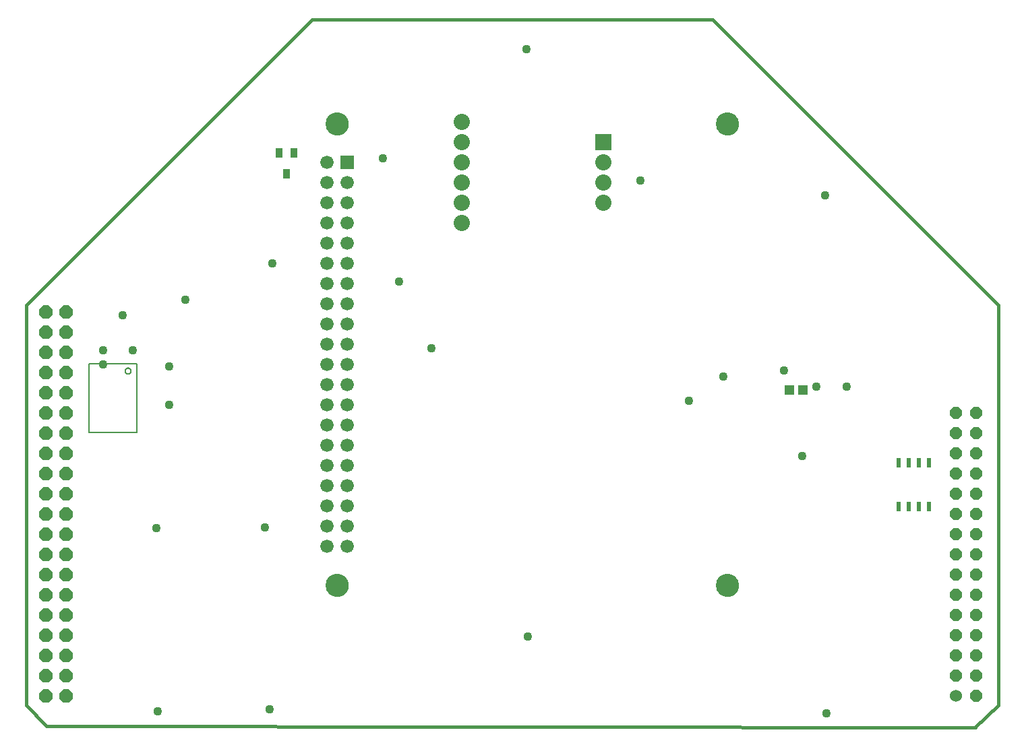
<source format=gts>
G75*
%MOIN*%
%OFA0B0*%
%FSLAX25Y25*%
%IPPOS*%
%LPD*%
%AMOC8*
5,1,8,0,0,1.08239X$1,22.5*
%
%ADD10C,0.01600*%
%ADD11C,0.00000*%
%ADD12C,0.11427*%
%ADD13R,0.06600X0.06600*%
%ADD14C,0.06600*%
%ADD15R,0.08000X0.08000*%
%ADD16C,0.08000*%
%ADD17OC8,0.06600*%
%ADD18C,0.06000*%
%ADD19OC8,0.06000*%
%ADD20C,0.00500*%
%ADD21R,0.02419X0.04931*%
%ADD22R,0.03356X0.04537*%
%ADD23R,0.04931X0.04537*%
%ADD24C,0.04362*%
D10*
X0058905Y0179884D02*
X0048884Y0190305D01*
X0048884Y0388295D01*
X0190305Y0529716D01*
X0388295Y0529716D01*
X0529716Y0388295D01*
X0529716Y0190305D01*
X0518095Y0179184D01*
X0518195Y0179316D02*
X0059005Y0179916D01*
D11*
X0197324Y0249599D02*
X0197326Y0249746D01*
X0197332Y0249892D01*
X0197342Y0250038D01*
X0197356Y0250184D01*
X0197374Y0250330D01*
X0197395Y0250475D01*
X0197421Y0250619D01*
X0197451Y0250763D01*
X0197484Y0250905D01*
X0197521Y0251047D01*
X0197562Y0251188D01*
X0197607Y0251327D01*
X0197656Y0251466D01*
X0197708Y0251603D01*
X0197765Y0251738D01*
X0197824Y0251872D01*
X0197888Y0252004D01*
X0197955Y0252134D01*
X0198025Y0252263D01*
X0198099Y0252390D01*
X0198176Y0252514D01*
X0198257Y0252637D01*
X0198341Y0252757D01*
X0198428Y0252875D01*
X0198518Y0252990D01*
X0198611Y0253103D01*
X0198708Y0253214D01*
X0198807Y0253322D01*
X0198909Y0253427D01*
X0199014Y0253529D01*
X0199122Y0253628D01*
X0199233Y0253725D01*
X0199346Y0253818D01*
X0199461Y0253908D01*
X0199579Y0253995D01*
X0199699Y0254079D01*
X0199822Y0254160D01*
X0199946Y0254237D01*
X0200073Y0254311D01*
X0200202Y0254381D01*
X0200332Y0254448D01*
X0200464Y0254512D01*
X0200598Y0254571D01*
X0200733Y0254628D01*
X0200870Y0254680D01*
X0201009Y0254729D01*
X0201148Y0254774D01*
X0201289Y0254815D01*
X0201431Y0254852D01*
X0201573Y0254885D01*
X0201717Y0254915D01*
X0201861Y0254941D01*
X0202006Y0254962D01*
X0202152Y0254980D01*
X0202298Y0254994D01*
X0202444Y0255004D01*
X0202590Y0255010D01*
X0202737Y0255012D01*
X0202884Y0255010D01*
X0203030Y0255004D01*
X0203176Y0254994D01*
X0203322Y0254980D01*
X0203468Y0254962D01*
X0203613Y0254941D01*
X0203757Y0254915D01*
X0203901Y0254885D01*
X0204043Y0254852D01*
X0204185Y0254815D01*
X0204326Y0254774D01*
X0204465Y0254729D01*
X0204604Y0254680D01*
X0204741Y0254628D01*
X0204876Y0254571D01*
X0205010Y0254512D01*
X0205142Y0254448D01*
X0205272Y0254381D01*
X0205401Y0254311D01*
X0205528Y0254237D01*
X0205652Y0254160D01*
X0205775Y0254079D01*
X0205895Y0253995D01*
X0206013Y0253908D01*
X0206128Y0253818D01*
X0206241Y0253725D01*
X0206352Y0253628D01*
X0206460Y0253529D01*
X0206565Y0253427D01*
X0206667Y0253322D01*
X0206766Y0253214D01*
X0206863Y0253103D01*
X0206956Y0252990D01*
X0207046Y0252875D01*
X0207133Y0252757D01*
X0207217Y0252637D01*
X0207298Y0252514D01*
X0207375Y0252390D01*
X0207449Y0252263D01*
X0207519Y0252134D01*
X0207586Y0252004D01*
X0207650Y0251872D01*
X0207709Y0251738D01*
X0207766Y0251603D01*
X0207818Y0251466D01*
X0207867Y0251327D01*
X0207912Y0251188D01*
X0207953Y0251047D01*
X0207990Y0250905D01*
X0208023Y0250763D01*
X0208053Y0250619D01*
X0208079Y0250475D01*
X0208100Y0250330D01*
X0208118Y0250184D01*
X0208132Y0250038D01*
X0208142Y0249892D01*
X0208148Y0249746D01*
X0208150Y0249599D01*
X0208148Y0249452D01*
X0208142Y0249306D01*
X0208132Y0249160D01*
X0208118Y0249014D01*
X0208100Y0248868D01*
X0208079Y0248723D01*
X0208053Y0248579D01*
X0208023Y0248435D01*
X0207990Y0248293D01*
X0207953Y0248151D01*
X0207912Y0248010D01*
X0207867Y0247871D01*
X0207818Y0247732D01*
X0207766Y0247595D01*
X0207709Y0247460D01*
X0207650Y0247326D01*
X0207586Y0247194D01*
X0207519Y0247064D01*
X0207449Y0246935D01*
X0207375Y0246808D01*
X0207298Y0246684D01*
X0207217Y0246561D01*
X0207133Y0246441D01*
X0207046Y0246323D01*
X0206956Y0246208D01*
X0206863Y0246095D01*
X0206766Y0245984D01*
X0206667Y0245876D01*
X0206565Y0245771D01*
X0206460Y0245669D01*
X0206352Y0245570D01*
X0206241Y0245473D01*
X0206128Y0245380D01*
X0206013Y0245290D01*
X0205895Y0245203D01*
X0205775Y0245119D01*
X0205652Y0245038D01*
X0205528Y0244961D01*
X0205401Y0244887D01*
X0205272Y0244817D01*
X0205142Y0244750D01*
X0205010Y0244686D01*
X0204876Y0244627D01*
X0204741Y0244570D01*
X0204604Y0244518D01*
X0204465Y0244469D01*
X0204326Y0244424D01*
X0204185Y0244383D01*
X0204043Y0244346D01*
X0203901Y0244313D01*
X0203757Y0244283D01*
X0203613Y0244257D01*
X0203468Y0244236D01*
X0203322Y0244218D01*
X0203176Y0244204D01*
X0203030Y0244194D01*
X0202884Y0244188D01*
X0202737Y0244186D01*
X0202590Y0244188D01*
X0202444Y0244194D01*
X0202298Y0244204D01*
X0202152Y0244218D01*
X0202006Y0244236D01*
X0201861Y0244257D01*
X0201717Y0244283D01*
X0201573Y0244313D01*
X0201431Y0244346D01*
X0201289Y0244383D01*
X0201148Y0244424D01*
X0201009Y0244469D01*
X0200870Y0244518D01*
X0200733Y0244570D01*
X0200598Y0244627D01*
X0200464Y0244686D01*
X0200332Y0244750D01*
X0200202Y0244817D01*
X0200073Y0244887D01*
X0199946Y0244961D01*
X0199822Y0245038D01*
X0199699Y0245119D01*
X0199579Y0245203D01*
X0199461Y0245290D01*
X0199346Y0245380D01*
X0199233Y0245473D01*
X0199122Y0245570D01*
X0199014Y0245669D01*
X0198909Y0245771D01*
X0198807Y0245876D01*
X0198708Y0245984D01*
X0198611Y0246095D01*
X0198518Y0246208D01*
X0198428Y0246323D01*
X0198341Y0246441D01*
X0198257Y0246561D01*
X0198176Y0246684D01*
X0198099Y0246808D01*
X0198025Y0246935D01*
X0197955Y0247064D01*
X0197888Y0247194D01*
X0197824Y0247326D01*
X0197765Y0247460D01*
X0197708Y0247595D01*
X0197656Y0247732D01*
X0197607Y0247871D01*
X0197562Y0248010D01*
X0197521Y0248151D01*
X0197484Y0248293D01*
X0197451Y0248435D01*
X0197421Y0248579D01*
X0197395Y0248723D01*
X0197374Y0248868D01*
X0197356Y0249014D01*
X0197342Y0249160D01*
X0197332Y0249306D01*
X0197326Y0249452D01*
X0197324Y0249599D01*
X0390237Y0249599D02*
X0390239Y0249746D01*
X0390245Y0249892D01*
X0390255Y0250038D01*
X0390269Y0250184D01*
X0390287Y0250330D01*
X0390308Y0250475D01*
X0390334Y0250619D01*
X0390364Y0250763D01*
X0390397Y0250905D01*
X0390434Y0251047D01*
X0390475Y0251188D01*
X0390520Y0251327D01*
X0390569Y0251466D01*
X0390621Y0251603D01*
X0390678Y0251738D01*
X0390737Y0251872D01*
X0390801Y0252004D01*
X0390868Y0252134D01*
X0390938Y0252263D01*
X0391012Y0252390D01*
X0391089Y0252514D01*
X0391170Y0252637D01*
X0391254Y0252757D01*
X0391341Y0252875D01*
X0391431Y0252990D01*
X0391524Y0253103D01*
X0391621Y0253214D01*
X0391720Y0253322D01*
X0391822Y0253427D01*
X0391927Y0253529D01*
X0392035Y0253628D01*
X0392146Y0253725D01*
X0392259Y0253818D01*
X0392374Y0253908D01*
X0392492Y0253995D01*
X0392612Y0254079D01*
X0392735Y0254160D01*
X0392859Y0254237D01*
X0392986Y0254311D01*
X0393115Y0254381D01*
X0393245Y0254448D01*
X0393377Y0254512D01*
X0393511Y0254571D01*
X0393646Y0254628D01*
X0393783Y0254680D01*
X0393922Y0254729D01*
X0394061Y0254774D01*
X0394202Y0254815D01*
X0394344Y0254852D01*
X0394486Y0254885D01*
X0394630Y0254915D01*
X0394774Y0254941D01*
X0394919Y0254962D01*
X0395065Y0254980D01*
X0395211Y0254994D01*
X0395357Y0255004D01*
X0395503Y0255010D01*
X0395650Y0255012D01*
X0395797Y0255010D01*
X0395943Y0255004D01*
X0396089Y0254994D01*
X0396235Y0254980D01*
X0396381Y0254962D01*
X0396526Y0254941D01*
X0396670Y0254915D01*
X0396814Y0254885D01*
X0396956Y0254852D01*
X0397098Y0254815D01*
X0397239Y0254774D01*
X0397378Y0254729D01*
X0397517Y0254680D01*
X0397654Y0254628D01*
X0397789Y0254571D01*
X0397923Y0254512D01*
X0398055Y0254448D01*
X0398185Y0254381D01*
X0398314Y0254311D01*
X0398441Y0254237D01*
X0398565Y0254160D01*
X0398688Y0254079D01*
X0398808Y0253995D01*
X0398926Y0253908D01*
X0399041Y0253818D01*
X0399154Y0253725D01*
X0399265Y0253628D01*
X0399373Y0253529D01*
X0399478Y0253427D01*
X0399580Y0253322D01*
X0399679Y0253214D01*
X0399776Y0253103D01*
X0399869Y0252990D01*
X0399959Y0252875D01*
X0400046Y0252757D01*
X0400130Y0252637D01*
X0400211Y0252514D01*
X0400288Y0252390D01*
X0400362Y0252263D01*
X0400432Y0252134D01*
X0400499Y0252004D01*
X0400563Y0251872D01*
X0400622Y0251738D01*
X0400679Y0251603D01*
X0400731Y0251466D01*
X0400780Y0251327D01*
X0400825Y0251188D01*
X0400866Y0251047D01*
X0400903Y0250905D01*
X0400936Y0250763D01*
X0400966Y0250619D01*
X0400992Y0250475D01*
X0401013Y0250330D01*
X0401031Y0250184D01*
X0401045Y0250038D01*
X0401055Y0249892D01*
X0401061Y0249746D01*
X0401063Y0249599D01*
X0401061Y0249452D01*
X0401055Y0249306D01*
X0401045Y0249160D01*
X0401031Y0249014D01*
X0401013Y0248868D01*
X0400992Y0248723D01*
X0400966Y0248579D01*
X0400936Y0248435D01*
X0400903Y0248293D01*
X0400866Y0248151D01*
X0400825Y0248010D01*
X0400780Y0247871D01*
X0400731Y0247732D01*
X0400679Y0247595D01*
X0400622Y0247460D01*
X0400563Y0247326D01*
X0400499Y0247194D01*
X0400432Y0247064D01*
X0400362Y0246935D01*
X0400288Y0246808D01*
X0400211Y0246684D01*
X0400130Y0246561D01*
X0400046Y0246441D01*
X0399959Y0246323D01*
X0399869Y0246208D01*
X0399776Y0246095D01*
X0399679Y0245984D01*
X0399580Y0245876D01*
X0399478Y0245771D01*
X0399373Y0245669D01*
X0399265Y0245570D01*
X0399154Y0245473D01*
X0399041Y0245380D01*
X0398926Y0245290D01*
X0398808Y0245203D01*
X0398688Y0245119D01*
X0398565Y0245038D01*
X0398441Y0244961D01*
X0398314Y0244887D01*
X0398185Y0244817D01*
X0398055Y0244750D01*
X0397923Y0244686D01*
X0397789Y0244627D01*
X0397654Y0244570D01*
X0397517Y0244518D01*
X0397378Y0244469D01*
X0397239Y0244424D01*
X0397098Y0244383D01*
X0396956Y0244346D01*
X0396814Y0244313D01*
X0396670Y0244283D01*
X0396526Y0244257D01*
X0396381Y0244236D01*
X0396235Y0244218D01*
X0396089Y0244204D01*
X0395943Y0244194D01*
X0395797Y0244188D01*
X0395650Y0244186D01*
X0395503Y0244188D01*
X0395357Y0244194D01*
X0395211Y0244204D01*
X0395065Y0244218D01*
X0394919Y0244236D01*
X0394774Y0244257D01*
X0394630Y0244283D01*
X0394486Y0244313D01*
X0394344Y0244346D01*
X0394202Y0244383D01*
X0394061Y0244424D01*
X0393922Y0244469D01*
X0393783Y0244518D01*
X0393646Y0244570D01*
X0393511Y0244627D01*
X0393377Y0244686D01*
X0393245Y0244750D01*
X0393115Y0244817D01*
X0392986Y0244887D01*
X0392859Y0244961D01*
X0392735Y0245038D01*
X0392612Y0245119D01*
X0392492Y0245203D01*
X0392374Y0245290D01*
X0392259Y0245380D01*
X0392146Y0245473D01*
X0392035Y0245570D01*
X0391927Y0245669D01*
X0391822Y0245771D01*
X0391720Y0245876D01*
X0391621Y0245984D01*
X0391524Y0246095D01*
X0391431Y0246208D01*
X0391341Y0246323D01*
X0391254Y0246441D01*
X0391170Y0246561D01*
X0391089Y0246684D01*
X0391012Y0246808D01*
X0390938Y0246935D01*
X0390868Y0247064D01*
X0390801Y0247194D01*
X0390737Y0247326D01*
X0390678Y0247460D01*
X0390621Y0247595D01*
X0390569Y0247732D01*
X0390520Y0247871D01*
X0390475Y0248010D01*
X0390434Y0248151D01*
X0390397Y0248293D01*
X0390364Y0248435D01*
X0390334Y0248579D01*
X0390308Y0248723D01*
X0390287Y0248868D01*
X0390269Y0249014D01*
X0390255Y0249160D01*
X0390245Y0249306D01*
X0390239Y0249452D01*
X0390237Y0249599D01*
X0390237Y0477946D02*
X0390239Y0478093D01*
X0390245Y0478239D01*
X0390255Y0478385D01*
X0390269Y0478531D01*
X0390287Y0478677D01*
X0390308Y0478822D01*
X0390334Y0478966D01*
X0390364Y0479110D01*
X0390397Y0479252D01*
X0390434Y0479394D01*
X0390475Y0479535D01*
X0390520Y0479674D01*
X0390569Y0479813D01*
X0390621Y0479950D01*
X0390678Y0480085D01*
X0390737Y0480219D01*
X0390801Y0480351D01*
X0390868Y0480481D01*
X0390938Y0480610D01*
X0391012Y0480737D01*
X0391089Y0480861D01*
X0391170Y0480984D01*
X0391254Y0481104D01*
X0391341Y0481222D01*
X0391431Y0481337D01*
X0391524Y0481450D01*
X0391621Y0481561D01*
X0391720Y0481669D01*
X0391822Y0481774D01*
X0391927Y0481876D01*
X0392035Y0481975D01*
X0392146Y0482072D01*
X0392259Y0482165D01*
X0392374Y0482255D01*
X0392492Y0482342D01*
X0392612Y0482426D01*
X0392735Y0482507D01*
X0392859Y0482584D01*
X0392986Y0482658D01*
X0393115Y0482728D01*
X0393245Y0482795D01*
X0393377Y0482859D01*
X0393511Y0482918D01*
X0393646Y0482975D01*
X0393783Y0483027D01*
X0393922Y0483076D01*
X0394061Y0483121D01*
X0394202Y0483162D01*
X0394344Y0483199D01*
X0394486Y0483232D01*
X0394630Y0483262D01*
X0394774Y0483288D01*
X0394919Y0483309D01*
X0395065Y0483327D01*
X0395211Y0483341D01*
X0395357Y0483351D01*
X0395503Y0483357D01*
X0395650Y0483359D01*
X0395797Y0483357D01*
X0395943Y0483351D01*
X0396089Y0483341D01*
X0396235Y0483327D01*
X0396381Y0483309D01*
X0396526Y0483288D01*
X0396670Y0483262D01*
X0396814Y0483232D01*
X0396956Y0483199D01*
X0397098Y0483162D01*
X0397239Y0483121D01*
X0397378Y0483076D01*
X0397517Y0483027D01*
X0397654Y0482975D01*
X0397789Y0482918D01*
X0397923Y0482859D01*
X0398055Y0482795D01*
X0398185Y0482728D01*
X0398314Y0482658D01*
X0398441Y0482584D01*
X0398565Y0482507D01*
X0398688Y0482426D01*
X0398808Y0482342D01*
X0398926Y0482255D01*
X0399041Y0482165D01*
X0399154Y0482072D01*
X0399265Y0481975D01*
X0399373Y0481876D01*
X0399478Y0481774D01*
X0399580Y0481669D01*
X0399679Y0481561D01*
X0399776Y0481450D01*
X0399869Y0481337D01*
X0399959Y0481222D01*
X0400046Y0481104D01*
X0400130Y0480984D01*
X0400211Y0480861D01*
X0400288Y0480737D01*
X0400362Y0480610D01*
X0400432Y0480481D01*
X0400499Y0480351D01*
X0400563Y0480219D01*
X0400622Y0480085D01*
X0400679Y0479950D01*
X0400731Y0479813D01*
X0400780Y0479674D01*
X0400825Y0479535D01*
X0400866Y0479394D01*
X0400903Y0479252D01*
X0400936Y0479110D01*
X0400966Y0478966D01*
X0400992Y0478822D01*
X0401013Y0478677D01*
X0401031Y0478531D01*
X0401045Y0478385D01*
X0401055Y0478239D01*
X0401061Y0478093D01*
X0401063Y0477946D01*
X0401061Y0477799D01*
X0401055Y0477653D01*
X0401045Y0477507D01*
X0401031Y0477361D01*
X0401013Y0477215D01*
X0400992Y0477070D01*
X0400966Y0476926D01*
X0400936Y0476782D01*
X0400903Y0476640D01*
X0400866Y0476498D01*
X0400825Y0476357D01*
X0400780Y0476218D01*
X0400731Y0476079D01*
X0400679Y0475942D01*
X0400622Y0475807D01*
X0400563Y0475673D01*
X0400499Y0475541D01*
X0400432Y0475411D01*
X0400362Y0475282D01*
X0400288Y0475155D01*
X0400211Y0475031D01*
X0400130Y0474908D01*
X0400046Y0474788D01*
X0399959Y0474670D01*
X0399869Y0474555D01*
X0399776Y0474442D01*
X0399679Y0474331D01*
X0399580Y0474223D01*
X0399478Y0474118D01*
X0399373Y0474016D01*
X0399265Y0473917D01*
X0399154Y0473820D01*
X0399041Y0473727D01*
X0398926Y0473637D01*
X0398808Y0473550D01*
X0398688Y0473466D01*
X0398565Y0473385D01*
X0398441Y0473308D01*
X0398314Y0473234D01*
X0398185Y0473164D01*
X0398055Y0473097D01*
X0397923Y0473033D01*
X0397789Y0472974D01*
X0397654Y0472917D01*
X0397517Y0472865D01*
X0397378Y0472816D01*
X0397239Y0472771D01*
X0397098Y0472730D01*
X0396956Y0472693D01*
X0396814Y0472660D01*
X0396670Y0472630D01*
X0396526Y0472604D01*
X0396381Y0472583D01*
X0396235Y0472565D01*
X0396089Y0472551D01*
X0395943Y0472541D01*
X0395797Y0472535D01*
X0395650Y0472533D01*
X0395503Y0472535D01*
X0395357Y0472541D01*
X0395211Y0472551D01*
X0395065Y0472565D01*
X0394919Y0472583D01*
X0394774Y0472604D01*
X0394630Y0472630D01*
X0394486Y0472660D01*
X0394344Y0472693D01*
X0394202Y0472730D01*
X0394061Y0472771D01*
X0393922Y0472816D01*
X0393783Y0472865D01*
X0393646Y0472917D01*
X0393511Y0472974D01*
X0393377Y0473033D01*
X0393245Y0473097D01*
X0393115Y0473164D01*
X0392986Y0473234D01*
X0392859Y0473308D01*
X0392735Y0473385D01*
X0392612Y0473466D01*
X0392492Y0473550D01*
X0392374Y0473637D01*
X0392259Y0473727D01*
X0392146Y0473820D01*
X0392035Y0473917D01*
X0391927Y0474016D01*
X0391822Y0474118D01*
X0391720Y0474223D01*
X0391621Y0474331D01*
X0391524Y0474442D01*
X0391431Y0474555D01*
X0391341Y0474670D01*
X0391254Y0474788D01*
X0391170Y0474908D01*
X0391089Y0475031D01*
X0391012Y0475155D01*
X0390938Y0475282D01*
X0390868Y0475411D01*
X0390801Y0475541D01*
X0390737Y0475673D01*
X0390678Y0475807D01*
X0390621Y0475942D01*
X0390569Y0476079D01*
X0390520Y0476218D01*
X0390475Y0476357D01*
X0390434Y0476498D01*
X0390397Y0476640D01*
X0390364Y0476782D01*
X0390334Y0476926D01*
X0390308Y0477070D01*
X0390287Y0477215D01*
X0390269Y0477361D01*
X0390255Y0477507D01*
X0390245Y0477653D01*
X0390239Y0477799D01*
X0390237Y0477946D01*
X0197324Y0477946D02*
X0197326Y0478093D01*
X0197332Y0478239D01*
X0197342Y0478385D01*
X0197356Y0478531D01*
X0197374Y0478677D01*
X0197395Y0478822D01*
X0197421Y0478966D01*
X0197451Y0479110D01*
X0197484Y0479252D01*
X0197521Y0479394D01*
X0197562Y0479535D01*
X0197607Y0479674D01*
X0197656Y0479813D01*
X0197708Y0479950D01*
X0197765Y0480085D01*
X0197824Y0480219D01*
X0197888Y0480351D01*
X0197955Y0480481D01*
X0198025Y0480610D01*
X0198099Y0480737D01*
X0198176Y0480861D01*
X0198257Y0480984D01*
X0198341Y0481104D01*
X0198428Y0481222D01*
X0198518Y0481337D01*
X0198611Y0481450D01*
X0198708Y0481561D01*
X0198807Y0481669D01*
X0198909Y0481774D01*
X0199014Y0481876D01*
X0199122Y0481975D01*
X0199233Y0482072D01*
X0199346Y0482165D01*
X0199461Y0482255D01*
X0199579Y0482342D01*
X0199699Y0482426D01*
X0199822Y0482507D01*
X0199946Y0482584D01*
X0200073Y0482658D01*
X0200202Y0482728D01*
X0200332Y0482795D01*
X0200464Y0482859D01*
X0200598Y0482918D01*
X0200733Y0482975D01*
X0200870Y0483027D01*
X0201009Y0483076D01*
X0201148Y0483121D01*
X0201289Y0483162D01*
X0201431Y0483199D01*
X0201573Y0483232D01*
X0201717Y0483262D01*
X0201861Y0483288D01*
X0202006Y0483309D01*
X0202152Y0483327D01*
X0202298Y0483341D01*
X0202444Y0483351D01*
X0202590Y0483357D01*
X0202737Y0483359D01*
X0202884Y0483357D01*
X0203030Y0483351D01*
X0203176Y0483341D01*
X0203322Y0483327D01*
X0203468Y0483309D01*
X0203613Y0483288D01*
X0203757Y0483262D01*
X0203901Y0483232D01*
X0204043Y0483199D01*
X0204185Y0483162D01*
X0204326Y0483121D01*
X0204465Y0483076D01*
X0204604Y0483027D01*
X0204741Y0482975D01*
X0204876Y0482918D01*
X0205010Y0482859D01*
X0205142Y0482795D01*
X0205272Y0482728D01*
X0205401Y0482658D01*
X0205528Y0482584D01*
X0205652Y0482507D01*
X0205775Y0482426D01*
X0205895Y0482342D01*
X0206013Y0482255D01*
X0206128Y0482165D01*
X0206241Y0482072D01*
X0206352Y0481975D01*
X0206460Y0481876D01*
X0206565Y0481774D01*
X0206667Y0481669D01*
X0206766Y0481561D01*
X0206863Y0481450D01*
X0206956Y0481337D01*
X0207046Y0481222D01*
X0207133Y0481104D01*
X0207217Y0480984D01*
X0207298Y0480861D01*
X0207375Y0480737D01*
X0207449Y0480610D01*
X0207519Y0480481D01*
X0207586Y0480351D01*
X0207650Y0480219D01*
X0207709Y0480085D01*
X0207766Y0479950D01*
X0207818Y0479813D01*
X0207867Y0479674D01*
X0207912Y0479535D01*
X0207953Y0479394D01*
X0207990Y0479252D01*
X0208023Y0479110D01*
X0208053Y0478966D01*
X0208079Y0478822D01*
X0208100Y0478677D01*
X0208118Y0478531D01*
X0208132Y0478385D01*
X0208142Y0478239D01*
X0208148Y0478093D01*
X0208150Y0477946D01*
X0208148Y0477799D01*
X0208142Y0477653D01*
X0208132Y0477507D01*
X0208118Y0477361D01*
X0208100Y0477215D01*
X0208079Y0477070D01*
X0208053Y0476926D01*
X0208023Y0476782D01*
X0207990Y0476640D01*
X0207953Y0476498D01*
X0207912Y0476357D01*
X0207867Y0476218D01*
X0207818Y0476079D01*
X0207766Y0475942D01*
X0207709Y0475807D01*
X0207650Y0475673D01*
X0207586Y0475541D01*
X0207519Y0475411D01*
X0207449Y0475282D01*
X0207375Y0475155D01*
X0207298Y0475031D01*
X0207217Y0474908D01*
X0207133Y0474788D01*
X0207046Y0474670D01*
X0206956Y0474555D01*
X0206863Y0474442D01*
X0206766Y0474331D01*
X0206667Y0474223D01*
X0206565Y0474118D01*
X0206460Y0474016D01*
X0206352Y0473917D01*
X0206241Y0473820D01*
X0206128Y0473727D01*
X0206013Y0473637D01*
X0205895Y0473550D01*
X0205775Y0473466D01*
X0205652Y0473385D01*
X0205528Y0473308D01*
X0205401Y0473234D01*
X0205272Y0473164D01*
X0205142Y0473097D01*
X0205010Y0473033D01*
X0204876Y0472974D01*
X0204741Y0472917D01*
X0204604Y0472865D01*
X0204465Y0472816D01*
X0204326Y0472771D01*
X0204185Y0472730D01*
X0204043Y0472693D01*
X0203901Y0472660D01*
X0203757Y0472630D01*
X0203613Y0472604D01*
X0203468Y0472583D01*
X0203322Y0472565D01*
X0203176Y0472551D01*
X0203030Y0472541D01*
X0202884Y0472535D01*
X0202737Y0472533D01*
X0202590Y0472535D01*
X0202444Y0472541D01*
X0202298Y0472551D01*
X0202152Y0472565D01*
X0202006Y0472583D01*
X0201861Y0472604D01*
X0201717Y0472630D01*
X0201573Y0472660D01*
X0201431Y0472693D01*
X0201289Y0472730D01*
X0201148Y0472771D01*
X0201009Y0472816D01*
X0200870Y0472865D01*
X0200733Y0472917D01*
X0200598Y0472974D01*
X0200464Y0473033D01*
X0200332Y0473097D01*
X0200202Y0473164D01*
X0200073Y0473234D01*
X0199946Y0473308D01*
X0199822Y0473385D01*
X0199699Y0473466D01*
X0199579Y0473550D01*
X0199461Y0473637D01*
X0199346Y0473727D01*
X0199233Y0473820D01*
X0199122Y0473917D01*
X0199014Y0474016D01*
X0198909Y0474118D01*
X0198807Y0474223D01*
X0198708Y0474331D01*
X0198611Y0474442D01*
X0198518Y0474555D01*
X0198428Y0474670D01*
X0198341Y0474788D01*
X0198257Y0474908D01*
X0198176Y0475031D01*
X0198099Y0475155D01*
X0198025Y0475282D01*
X0197955Y0475411D01*
X0197888Y0475541D01*
X0197824Y0475673D01*
X0197765Y0475807D01*
X0197708Y0475942D01*
X0197656Y0476079D01*
X0197607Y0476218D01*
X0197562Y0476357D01*
X0197521Y0476498D01*
X0197484Y0476640D01*
X0197451Y0476782D01*
X0197421Y0476926D01*
X0197395Y0477070D01*
X0197374Y0477215D01*
X0197356Y0477361D01*
X0197342Y0477507D01*
X0197332Y0477653D01*
X0197326Y0477799D01*
X0197324Y0477946D01*
D12*
X0202737Y0477946D03*
X0395650Y0477946D03*
X0395650Y0249599D03*
X0202737Y0249599D03*
D13*
X0207737Y0458773D03*
D14*
X0197730Y0458825D03*
X0197730Y0448825D03*
X0207730Y0448825D03*
X0207730Y0438825D03*
X0207730Y0428825D03*
X0197730Y0428825D03*
X0197730Y0438825D03*
X0197730Y0418825D03*
X0207730Y0418825D03*
X0207730Y0408825D03*
X0197730Y0408825D03*
X0197730Y0398825D03*
X0207730Y0398825D03*
X0207730Y0388825D03*
X0197730Y0388825D03*
X0197730Y0378825D03*
X0207730Y0378825D03*
X0207730Y0368825D03*
X0207730Y0358825D03*
X0197730Y0358825D03*
X0197730Y0368825D03*
X0197730Y0348825D03*
X0207730Y0348825D03*
X0207730Y0338825D03*
X0197730Y0338825D03*
X0197730Y0328825D03*
X0207730Y0328825D03*
X0207730Y0318825D03*
X0197730Y0318825D03*
X0197730Y0308825D03*
X0207730Y0308825D03*
X0207730Y0298825D03*
X0197730Y0298825D03*
X0197730Y0288825D03*
X0207730Y0288825D03*
X0207730Y0278825D03*
X0197730Y0278825D03*
X0197730Y0268825D03*
X0207730Y0268825D03*
D15*
X0334349Y0468745D03*
D16*
X0334349Y0458745D03*
X0334349Y0448745D03*
X0334349Y0438745D03*
X0264349Y0438745D03*
X0264349Y0428745D03*
X0264349Y0448745D03*
X0264349Y0458745D03*
X0264349Y0468745D03*
X0264349Y0478745D03*
D17*
X0068549Y0384845D03*
X0058549Y0384845D03*
X0058549Y0374845D03*
X0068549Y0374845D03*
X0068549Y0364845D03*
X0058549Y0364845D03*
X0058549Y0354845D03*
X0068549Y0354845D03*
X0068549Y0344845D03*
X0058549Y0344845D03*
X0058549Y0334845D03*
X0068549Y0334845D03*
X0068549Y0324845D03*
X0058549Y0324845D03*
X0058549Y0314845D03*
X0068549Y0314845D03*
X0068549Y0304845D03*
X0058549Y0304845D03*
X0058549Y0294845D03*
X0068549Y0294845D03*
X0068549Y0284845D03*
X0058549Y0284845D03*
X0058549Y0274845D03*
X0068549Y0274845D03*
X0068549Y0264845D03*
X0068549Y0254845D03*
X0058549Y0254845D03*
X0058549Y0264845D03*
X0058549Y0244845D03*
X0068549Y0244845D03*
X0068549Y0234845D03*
X0058549Y0234845D03*
X0058549Y0224845D03*
X0068549Y0224845D03*
X0068549Y0214845D03*
X0058549Y0214845D03*
X0058549Y0204845D03*
X0068549Y0204845D03*
X0068549Y0194845D03*
X0058549Y0194845D03*
D18*
X0508549Y0194845D03*
D19*
X0518549Y0194845D03*
X0518549Y0204845D03*
X0518549Y0214845D03*
X0518549Y0224845D03*
X0518549Y0234845D03*
X0518549Y0244845D03*
X0518549Y0254845D03*
X0518549Y0264845D03*
X0518549Y0274845D03*
X0518549Y0284845D03*
X0518549Y0294845D03*
X0518549Y0304845D03*
X0518549Y0314845D03*
X0518549Y0324845D03*
X0518549Y0334845D03*
X0508549Y0334845D03*
X0508549Y0324845D03*
X0508549Y0314845D03*
X0508549Y0304845D03*
X0508549Y0294845D03*
X0508549Y0284845D03*
X0508549Y0274845D03*
X0508549Y0264845D03*
X0508549Y0254845D03*
X0508549Y0244845D03*
X0508549Y0234845D03*
X0508549Y0224845D03*
X0508549Y0214845D03*
X0508549Y0204845D03*
D20*
X0103642Y0325376D02*
X0080020Y0325376D01*
X0080020Y0359235D01*
X0103642Y0359235D01*
X0103642Y0325376D01*
X0097892Y0355691D02*
X0097894Y0355766D01*
X0097900Y0355841D01*
X0097910Y0355915D01*
X0097924Y0355989D01*
X0097941Y0356062D01*
X0097963Y0356133D01*
X0097988Y0356204D01*
X0098017Y0356273D01*
X0098049Y0356341D01*
X0098085Y0356406D01*
X0098125Y0356470D01*
X0098168Y0356532D01*
X0098214Y0356591D01*
X0098263Y0356648D01*
X0098315Y0356702D01*
X0098369Y0356753D01*
X0098427Y0356801D01*
X0098486Y0356846D01*
X0098549Y0356888D01*
X0098613Y0356927D01*
X0098679Y0356962D01*
X0098747Y0356994D01*
X0098817Y0357022D01*
X0098887Y0357046D01*
X0098960Y0357067D01*
X0099033Y0357083D01*
X0099107Y0357096D01*
X0099181Y0357105D01*
X0099256Y0357110D01*
X0099331Y0357111D01*
X0099406Y0357108D01*
X0099480Y0357101D01*
X0099554Y0357090D01*
X0099628Y0357075D01*
X0099701Y0357057D01*
X0099772Y0357034D01*
X0099842Y0357008D01*
X0099911Y0356978D01*
X0099978Y0356945D01*
X0100044Y0356908D01*
X0100107Y0356868D01*
X0100168Y0356824D01*
X0100226Y0356777D01*
X0100282Y0356728D01*
X0100336Y0356675D01*
X0100386Y0356620D01*
X0100434Y0356562D01*
X0100478Y0356501D01*
X0100519Y0356439D01*
X0100557Y0356374D01*
X0100591Y0356307D01*
X0100622Y0356239D01*
X0100649Y0356169D01*
X0100673Y0356098D01*
X0100692Y0356025D01*
X0100708Y0355952D01*
X0100720Y0355878D01*
X0100728Y0355803D01*
X0100732Y0355728D01*
X0100732Y0355654D01*
X0100728Y0355579D01*
X0100720Y0355504D01*
X0100708Y0355430D01*
X0100692Y0355357D01*
X0100673Y0355284D01*
X0100649Y0355213D01*
X0100622Y0355143D01*
X0100591Y0355075D01*
X0100557Y0355008D01*
X0100519Y0354943D01*
X0100478Y0354881D01*
X0100434Y0354820D01*
X0100386Y0354762D01*
X0100336Y0354707D01*
X0100282Y0354654D01*
X0100226Y0354605D01*
X0100168Y0354558D01*
X0100107Y0354514D01*
X0100044Y0354474D01*
X0099978Y0354437D01*
X0099911Y0354404D01*
X0099842Y0354374D01*
X0099772Y0354348D01*
X0099701Y0354325D01*
X0099628Y0354307D01*
X0099554Y0354292D01*
X0099480Y0354281D01*
X0099406Y0354274D01*
X0099331Y0354271D01*
X0099256Y0354272D01*
X0099181Y0354277D01*
X0099107Y0354286D01*
X0099033Y0354299D01*
X0098960Y0354315D01*
X0098887Y0354336D01*
X0098817Y0354360D01*
X0098747Y0354388D01*
X0098679Y0354420D01*
X0098613Y0354455D01*
X0098549Y0354494D01*
X0098486Y0354536D01*
X0098427Y0354581D01*
X0098369Y0354629D01*
X0098315Y0354680D01*
X0098263Y0354734D01*
X0098214Y0354791D01*
X0098168Y0354850D01*
X0098125Y0354912D01*
X0098085Y0354976D01*
X0098049Y0355041D01*
X0098017Y0355109D01*
X0097988Y0355178D01*
X0097963Y0355249D01*
X0097941Y0355320D01*
X0097924Y0355393D01*
X0097910Y0355467D01*
X0097900Y0355541D01*
X0097894Y0355616D01*
X0097892Y0355691D01*
D21*
X0480506Y0310210D03*
X0485506Y0310210D03*
X0490506Y0310210D03*
X0495506Y0310210D03*
X0495506Y0288557D03*
X0490506Y0288557D03*
X0485506Y0288557D03*
X0480506Y0288557D03*
D22*
X0181349Y0463445D03*
X0173868Y0463445D03*
X0177608Y0453209D03*
D23*
X0426402Y0346345D03*
X0433095Y0346345D03*
D24*
X0439549Y0347845D03*
X0423549Y0355845D03*
X0393549Y0352745D03*
X0376549Y0340845D03*
X0432549Y0313445D03*
X0454549Y0347845D03*
X0444049Y0442645D03*
X0352849Y0449945D03*
X0296249Y0514745D03*
X0225249Y0460745D03*
X0170549Y0408745D03*
X0127749Y0390945D03*
X0101549Y0365845D03*
X0087049Y0365845D03*
X0087049Y0358845D03*
X0096799Y0383095D03*
X0119649Y0357945D03*
X0119649Y0338745D03*
X0113449Y0277845D03*
X0167049Y0278345D03*
X0249249Y0366945D03*
X0233349Y0399945D03*
X0297149Y0224145D03*
X0169449Y0188145D03*
X0114049Y0187245D03*
X0444849Y0186245D03*
M02*

</source>
